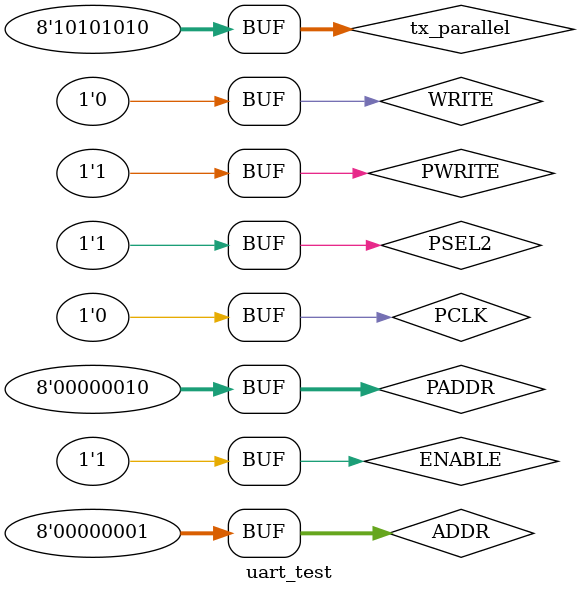
<source format=v>
module uart_test();
   reg PCLK;
   reg ENABLE;
   reg PSEL2;
	 reg [7:0]PADDR;
	 reg [7:0]ADDR;
	 reg PWRITE;
	 reg WRITE;
   reg [7:0] tx_parallel; 
   wire      o_Tx_Active;
   wire  o_Tx_Serial;
   wire      o_Tx_Done;
   wire      o_Rx_Done;
   wire[7:0] rx_parallel;
  
  
  initial
  begin
    
    $monitor("%b %b %b %b %b %b",PCLK,PSEL2,ENABLE,o_Tx_Active,o_Tx_Serial,o_Tx_Done);
    PCLK=0;
    
    #12
    PSEL2=1;
    ENABLE=1;
    PWRITE=1;
    WRITE=0;
    PADDR=8'b00000010;
    ADDR=8'b00000001;
    tx_parallel=8'b10101010;
    
  end 
 
   
    uart_transmitter #(.C(2)) test3(PCLK,ENABLE,PSEL2,PADDR,PWRITE,tx_parallel,o_Tx_Active,o_Tx_Serial,o_Tx_Done);
    uart_receiver #(.C(2)) test4(PCLK,o_Tx_Serial,PSEL2,ENABLE,ADDR,WRITE,o_Rx_Done,rx_parallel);
    
    
    
   
 endmodule
   

</source>
